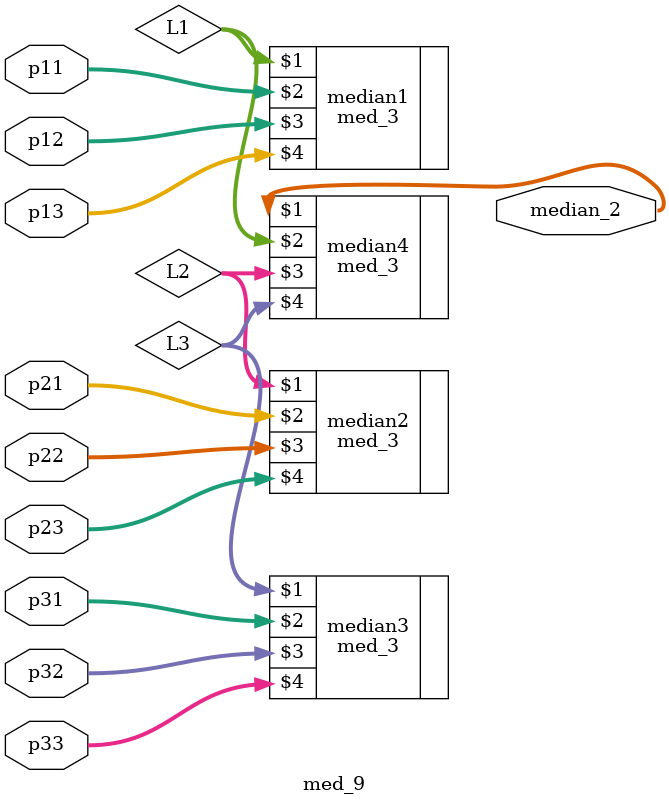
<source format=v>
module med_9 (
median_2,     //9 Byte in, one median out
p11,  
p12,
p13,
p21,
p22,
p23,
p31,
p32,
p33
);
parameter width = 8;
	
output   [0:width-1] median_2;     //9 Byte in, one median out
input	 [0:width-1] p11;  
input	 [0:width-1] p12;
input	 [0:width-1] p13;
input	 [0:width-1] p21;
input	 [0:width-1] p22;
input	 [0:width-1] p23;
input	 [0:width-1] p31;
input	 [0:width-1] p32;
input	 [0:width-1] p33;
wire [0:width-1] L1;
wire [0:width-1] L2;
wire  [0:width-1] L3;

med_3 median1(L1,p11, p12, p13);
med_3 median2(L2,p21, p22, p23);
med_3 median3(L3,p31, p32, p33);
med_3 median4(median_2,L1, L2, L3);

endmodule

</source>
